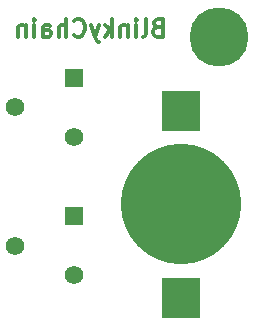
<source format=gbs>
G04 #@! TF.GenerationSoftware,KiCad,Pcbnew,8.0.1*
G04 #@! TF.CreationDate,2024-07-10T16:12:50+08:00*
G04 #@! TF.ProjectId,555Sandbox,35353553-616e-4646-926f-782e6b696361,1.0.0*
G04 #@! TF.SameCoordinates,Original*
G04 #@! TF.FileFunction,Soldermask,Bot*
G04 #@! TF.FilePolarity,Negative*
%FSLAX46Y46*%
G04 Gerber Fmt 4.6, Leading zero omitted, Abs format (unit mm)*
G04 Created by KiCad (PCBNEW 8.0.1) date 2024-07-10 16:12:50*
%MOMM*%
%LPD*%
G01*
G04 APERTURE LIST*
%ADD10C,0.300000*%
%ADD11C,10.200000*%
%ADD12R,3.300000X3.500000*%
%ADD13R,1.560000X1.560000*%
%ADD14C,1.560000*%
%ADD15C,5.000000*%
G04 APERTURE END LIST*
D10*
X88395489Y-69115114D02*
X88181203Y-69186542D01*
X88181203Y-69186542D02*
X88109774Y-69257971D01*
X88109774Y-69257971D02*
X88038346Y-69400828D01*
X88038346Y-69400828D02*
X88038346Y-69615114D01*
X88038346Y-69615114D02*
X88109774Y-69757971D01*
X88109774Y-69757971D02*
X88181203Y-69829400D01*
X88181203Y-69829400D02*
X88324060Y-69900828D01*
X88324060Y-69900828D02*
X88895489Y-69900828D01*
X88895489Y-69900828D02*
X88895489Y-68400828D01*
X88895489Y-68400828D02*
X88395489Y-68400828D01*
X88395489Y-68400828D02*
X88252632Y-68472257D01*
X88252632Y-68472257D02*
X88181203Y-68543685D01*
X88181203Y-68543685D02*
X88109774Y-68686542D01*
X88109774Y-68686542D02*
X88109774Y-68829400D01*
X88109774Y-68829400D02*
X88181203Y-68972257D01*
X88181203Y-68972257D02*
X88252632Y-69043685D01*
X88252632Y-69043685D02*
X88395489Y-69115114D01*
X88395489Y-69115114D02*
X88895489Y-69115114D01*
X87181203Y-69900828D02*
X87324060Y-69829400D01*
X87324060Y-69829400D02*
X87395489Y-69686542D01*
X87395489Y-69686542D02*
X87395489Y-68400828D01*
X86609775Y-69900828D02*
X86609775Y-68900828D01*
X86609775Y-68400828D02*
X86681203Y-68472257D01*
X86681203Y-68472257D02*
X86609775Y-68543685D01*
X86609775Y-68543685D02*
X86538346Y-68472257D01*
X86538346Y-68472257D02*
X86609775Y-68400828D01*
X86609775Y-68400828D02*
X86609775Y-68543685D01*
X85895489Y-68900828D02*
X85895489Y-69900828D01*
X85895489Y-69043685D02*
X85824060Y-68972257D01*
X85824060Y-68972257D02*
X85681203Y-68900828D01*
X85681203Y-68900828D02*
X85466917Y-68900828D01*
X85466917Y-68900828D02*
X85324060Y-68972257D01*
X85324060Y-68972257D02*
X85252632Y-69115114D01*
X85252632Y-69115114D02*
X85252632Y-69900828D01*
X84538346Y-69900828D02*
X84538346Y-68400828D01*
X84395489Y-69329400D02*
X83966917Y-69900828D01*
X83966917Y-68900828D02*
X84538346Y-69472257D01*
X83466917Y-68900828D02*
X83109774Y-69900828D01*
X82752631Y-68900828D02*
X83109774Y-69900828D01*
X83109774Y-69900828D02*
X83252631Y-70257971D01*
X83252631Y-70257971D02*
X83324060Y-70329400D01*
X83324060Y-70329400D02*
X83466917Y-70400828D01*
X81324060Y-69757971D02*
X81395488Y-69829400D01*
X81395488Y-69829400D02*
X81609774Y-69900828D01*
X81609774Y-69900828D02*
X81752631Y-69900828D01*
X81752631Y-69900828D02*
X81966917Y-69829400D01*
X81966917Y-69829400D02*
X82109774Y-69686542D01*
X82109774Y-69686542D02*
X82181203Y-69543685D01*
X82181203Y-69543685D02*
X82252631Y-69257971D01*
X82252631Y-69257971D02*
X82252631Y-69043685D01*
X82252631Y-69043685D02*
X82181203Y-68757971D01*
X82181203Y-68757971D02*
X82109774Y-68615114D01*
X82109774Y-68615114D02*
X81966917Y-68472257D01*
X81966917Y-68472257D02*
X81752631Y-68400828D01*
X81752631Y-68400828D02*
X81609774Y-68400828D01*
X81609774Y-68400828D02*
X81395488Y-68472257D01*
X81395488Y-68472257D02*
X81324060Y-68543685D01*
X80681203Y-69900828D02*
X80681203Y-68400828D01*
X80038346Y-69900828D02*
X80038346Y-69115114D01*
X80038346Y-69115114D02*
X80109774Y-68972257D01*
X80109774Y-68972257D02*
X80252631Y-68900828D01*
X80252631Y-68900828D02*
X80466917Y-68900828D01*
X80466917Y-68900828D02*
X80609774Y-68972257D01*
X80609774Y-68972257D02*
X80681203Y-69043685D01*
X78681203Y-69900828D02*
X78681203Y-69115114D01*
X78681203Y-69115114D02*
X78752631Y-68972257D01*
X78752631Y-68972257D02*
X78895488Y-68900828D01*
X78895488Y-68900828D02*
X79181203Y-68900828D01*
X79181203Y-68900828D02*
X79324060Y-68972257D01*
X78681203Y-69829400D02*
X78824060Y-69900828D01*
X78824060Y-69900828D02*
X79181203Y-69900828D01*
X79181203Y-69900828D02*
X79324060Y-69829400D01*
X79324060Y-69829400D02*
X79395488Y-69686542D01*
X79395488Y-69686542D02*
X79395488Y-69543685D01*
X79395488Y-69543685D02*
X79324060Y-69400828D01*
X79324060Y-69400828D02*
X79181203Y-69329400D01*
X79181203Y-69329400D02*
X78824060Y-69329400D01*
X78824060Y-69329400D02*
X78681203Y-69257971D01*
X77966917Y-69900828D02*
X77966917Y-68900828D01*
X77966917Y-68400828D02*
X78038345Y-68472257D01*
X78038345Y-68472257D02*
X77966917Y-68543685D01*
X77966917Y-68543685D02*
X77895488Y-68472257D01*
X77895488Y-68472257D02*
X77966917Y-68400828D01*
X77966917Y-68400828D02*
X77966917Y-68543685D01*
X77252631Y-68900828D02*
X77252631Y-69900828D01*
X77252631Y-69043685D02*
X77181202Y-68972257D01*
X77181202Y-68972257D02*
X77038345Y-68900828D01*
X77038345Y-68900828D02*
X76824059Y-68900828D01*
X76824059Y-68900828D02*
X76681202Y-68972257D01*
X76681202Y-68972257D02*
X76609774Y-69115114D01*
X76609774Y-69115114D02*
X76609774Y-69900828D01*
D11*
X90400000Y-84100000D03*
D12*
X90400000Y-92000000D03*
X90400000Y-76200000D03*
D13*
X81350000Y-73400000D03*
D14*
X76350000Y-75900000D03*
X81350000Y-78400000D03*
D15*
X93600000Y-69950000D03*
D13*
X81350000Y-85100000D03*
D14*
X76350000Y-87600000D03*
X81350000Y-90100000D03*
M02*

</source>
